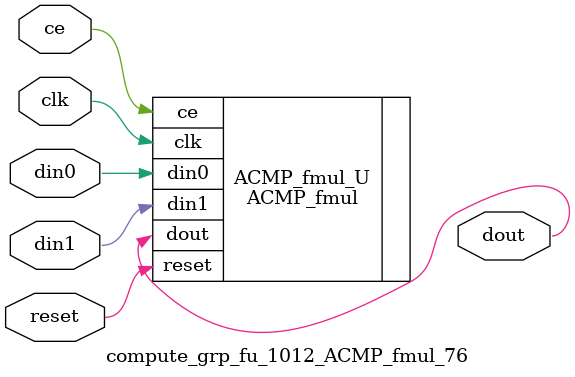
<source format=v>

`timescale 1 ns / 1 ps
module compute_grp_fu_1012_ACMP_fmul_76(
    clk,
    reset,
    ce,
    din0,
    din1,
    dout);

parameter ID = 32'd1;
parameter NUM_STAGE = 32'd1;
parameter din0_WIDTH = 32'd1;
parameter din1_WIDTH = 32'd1;
parameter dout_WIDTH = 32'd1;
input clk;
input reset;
input ce;
input[din0_WIDTH - 1:0] din0;
input[din1_WIDTH - 1:0] din1;
output[dout_WIDTH - 1:0] dout;



ACMP_fmul #(
.ID( ID ),
.NUM_STAGE( 4 ),
.din0_WIDTH( din0_WIDTH ),
.din1_WIDTH( din1_WIDTH ),
.dout_WIDTH( dout_WIDTH ))
ACMP_fmul_U(
    .clk( clk ),
    .reset( reset ),
    .ce( ce ),
    .din0( din0 ),
    .din1( din1 ),
    .dout( dout ));

endmodule

</source>
